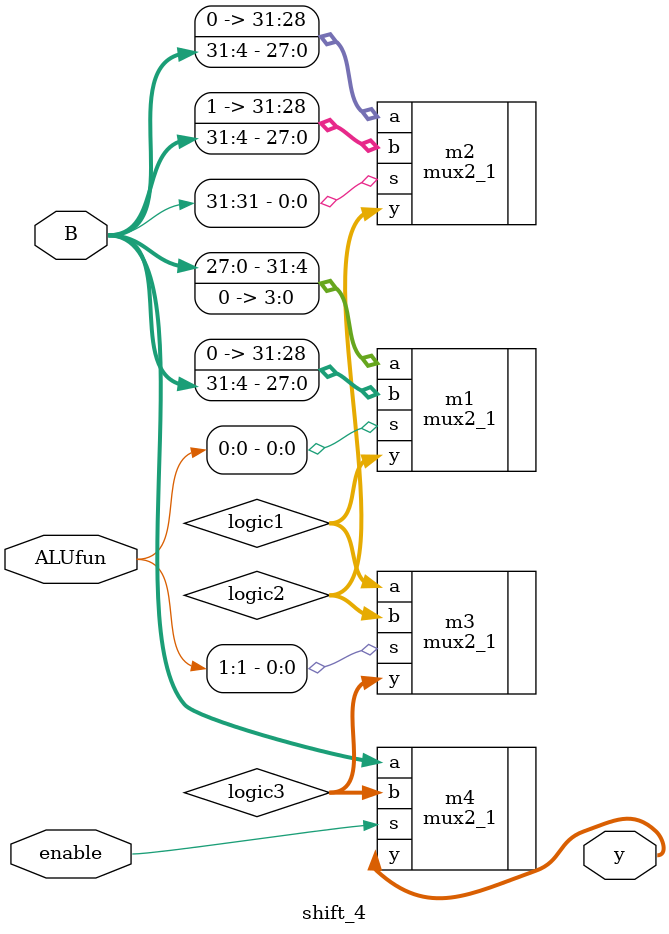
<source format=v>
module shift_4(B,enable,ALUfun,y);
    input[31:0] B;
    input enable;
    input[1:0] ALUfun; //ALUfun[1:0] 00->SLL; 01->SRL; 11->SRA
    output[31:0] y;
    wire[31:0] logic1,logic2,logic3;
    mux2_1 m1(.a({B[27:0],4'b0000}),.b({4'b0000,B[31:4]}),.s(ALUfun[0]),.y(logic1));
    mux2_1 m2(.a({4'b0000,B[31:4]}),.b({4'b1111,B[31:4]}),.s(B[31]),.y(logic2));
    mux2_1 m3(.a(logic1),.b(logic2),.s(ALUfun[1]),.y(logic3));
    mux2_1 m4(.a(B),.b(logic3),.s(enable),.y(y));
endmodule
</source>
